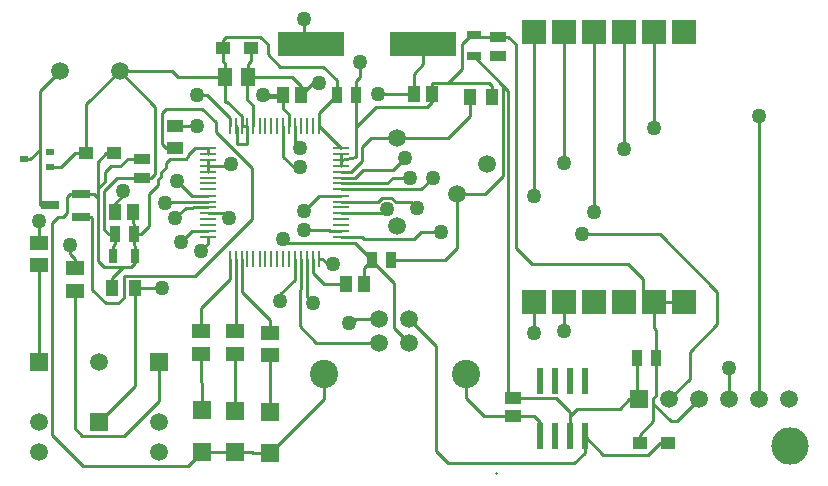
<source format=gtl>
G04 Layer_Physical_Order=1*
G04 Layer_Color=255*
%FSLAX42Y42*%
%MOMM*%
G71*
G01*
G75*
%ADD10R,2.03X2.03*%
%ADD11R,1.45X0.91*%
%ADD12R,5.60X2.10*%
%ADD13R,1.40X1.10*%
%ADD14R,1.15X1.00*%
%ADD15R,1.12X1.45*%
%ADD16R,1.50X0.80*%
%ADD17R,0.80X0.55*%
%ADD18R,0.56X2.18*%
%ADD19R,1.20X0.80*%
%ADD20R,0.91X1.45*%
%ADD21R,1.10X1.40*%
%ADD22R,1.50X1.50*%
%ADD23R,1.50X1.30*%
%ADD24R,1.30X1.50*%
%ADD25R,1.45X1.12*%
%ADD26R,0.80X1.20*%
%ADD27R,1.02X1.40*%
%ADD28R,0.28X1.47*%
%ADD29R,0.24X1.47*%
%ADD30R,0.25X1.47*%
%ADD31R,0.25X1.47*%
%ADD32R,1.47X0.28*%
%ADD33R,1.47X0.25*%
%ADD34R,1.47X0.25*%
%ADD35R,1.47X0.24*%
%ADD36R,1.47X0.23*%
%ADD37C,0.25*%
%ADD38C,1.52*%
%ADD39C,3.17*%
%ADD40R,1.50X1.50*%
%ADD41C,1.50*%
%ADD42R,1.52X1.52*%
%ADD43C,2.40*%
%ADD44C,1.27*%
D10*
X8192Y6299D02*
D03*
X7938D02*
D03*
X7683D02*
D03*
X7429D02*
D03*
X7175D02*
D03*
X6921D02*
D03*
X8192Y4013D02*
D03*
X7938D02*
D03*
X7683D02*
D03*
X7429D02*
D03*
X7175D02*
D03*
X6921D02*
D03*
D11*
X6617Y6096D02*
D03*
Y6259D02*
D03*
X3607Y5225D02*
D03*
Y5062D02*
D03*
D12*
X5987Y6198D02*
D03*
X5037D02*
D03*
D13*
X6744Y3049D02*
D03*
Y3199D02*
D03*
D14*
X7823Y2819D02*
D03*
X8058D02*
D03*
X4289Y6160D02*
D03*
X4524D02*
D03*
X3134Y5271D02*
D03*
X3369D02*
D03*
D15*
X6386Y5753D02*
D03*
X6568D02*
D03*
D16*
X3086Y4737D02*
D03*
Y4927D02*
D03*
X2826Y4832D02*
D03*
D17*
X2825Y5155D02*
D03*
Y5285D02*
D03*
X2610Y5220D02*
D03*
D18*
X6972Y2875D02*
D03*
X7099D02*
D03*
X7226D02*
D03*
X7353D02*
D03*
Y3348D02*
D03*
X7226D02*
D03*
X7099D02*
D03*
X6972D02*
D03*
D19*
X6414Y6095D02*
D03*
Y6275D02*
D03*
D20*
X7793Y3543D02*
D03*
X7955D02*
D03*
X5715Y4369D02*
D03*
X5552D02*
D03*
X3373Y4585D02*
D03*
X3536D02*
D03*
X5253Y5766D02*
D03*
X5415D02*
D03*
D21*
X6057Y5778D02*
D03*
X5907D02*
D03*
X5486Y4166D02*
D03*
X5336D02*
D03*
X3529Y4775D02*
D03*
X3379D02*
D03*
X4953Y5766D02*
D03*
X4803D02*
D03*
D22*
X4686Y3086D02*
D03*
Y2736D02*
D03*
X4394Y3093D02*
D03*
Y2743D02*
D03*
X4115Y3096D02*
D03*
Y2746D02*
D03*
D23*
X4686Y3753D02*
D03*
Y3563D02*
D03*
X4394Y3765D02*
D03*
Y3575D02*
D03*
X4102Y3765D02*
D03*
Y3575D02*
D03*
X3035Y4299D02*
D03*
Y4109D02*
D03*
X2731Y4515D02*
D03*
Y4325D02*
D03*
D24*
X4312Y5918D02*
D03*
X4502D02*
D03*
D25*
X3886Y5502D02*
D03*
Y5319D02*
D03*
D26*
X3363Y4407D02*
D03*
X3543D02*
D03*
D27*
Y4128D02*
D03*
X3355D02*
D03*
D28*
X5100Y5502D02*
D03*
X5050D02*
D03*
X4950D02*
D03*
X4900D02*
D03*
X4801D02*
D03*
X4750D02*
D03*
X4699D02*
D03*
X4600D02*
D03*
X4549D02*
D03*
X4450D02*
D03*
X4399D02*
D03*
X4348D02*
D03*
Y4379D02*
D03*
X4399D02*
D03*
X4450D02*
D03*
X4549D02*
D03*
X4600D02*
D03*
X4699D02*
D03*
X4750D02*
D03*
X4801D02*
D03*
X4900D02*
D03*
X5050D02*
D03*
X5100D02*
D03*
D29*
X4999Y5502D02*
D03*
D30*
X4849D02*
D03*
X4498Y4379D02*
D03*
X4648D02*
D03*
X4849D02*
D03*
X4950D02*
D03*
X4999D02*
D03*
D31*
X4648Y5502D02*
D03*
X4498D02*
D03*
D32*
X4163Y5316D02*
D03*
Y5265D02*
D03*
Y5166D02*
D03*
Y5116D02*
D03*
Y5017D02*
D03*
Y4966D02*
D03*
Y4915D02*
D03*
Y4816D02*
D03*
Y4765D02*
D03*
Y4666D02*
D03*
Y4615D02*
D03*
Y4564D02*
D03*
X5286D02*
D03*
Y4615D02*
D03*
Y4666D02*
D03*
Y4765D02*
D03*
Y4816D02*
D03*
Y4915D02*
D03*
Y4966D02*
D03*
Y5017D02*
D03*
Y5116D02*
D03*
Y5166D02*
D03*
Y5265D02*
D03*
Y5316D02*
D03*
D33*
X4163Y5215D02*
D03*
Y5065D02*
D03*
D34*
Y4864D02*
D03*
Y4714D02*
D03*
D35*
X5286D02*
D03*
Y5065D02*
D03*
Y5215D02*
D03*
D36*
Y4864D02*
D03*
D37*
X5752D02*
X5880D01*
X5717Y4898D02*
X5752Y4864D01*
X5636Y4898D02*
X5717D01*
X5602Y4864D02*
X5636Y4898D01*
X5286Y4864D02*
X5602D01*
X5880D02*
X5931Y4813D01*
X7729Y3188D02*
X7793Y3251D01*
X6375Y6259D02*
X6430D01*
X5133Y4379D02*
X5169Y4343D01*
X5100Y4379D02*
X5133D01*
X4163Y5166D02*
Y5215D01*
Y5116D02*
Y5166D01*
X3899Y5042D02*
X4026Y4915D01*
X3805Y5151D02*
Y5190D01*
X3769Y5116D02*
X3805Y5151D01*
X3769Y5077D02*
Y5116D01*
X3740Y5047D02*
X3769Y5077D01*
X3740Y5005D02*
Y5047D01*
X3719Y5098D02*
Y5667D01*
X3683Y5062D02*
X3719Y5098D01*
X3840Y5225D02*
X3974D01*
X3805Y5190D02*
X3840Y5225D01*
X4115Y4458D02*
X4163Y4506D01*
Y4564D01*
X4031Y4615D02*
X4163D01*
X3937Y4521D02*
X4031Y4615D01*
X3810Y4864D02*
X4163D01*
X3797Y4851D02*
X3810Y4864D01*
X3379Y4853D02*
X3442Y4915D01*
X3379Y4775D02*
Y4853D01*
X3393Y5062D02*
X3607D01*
X3284Y4953D02*
X3393Y5062D01*
X3421Y5162D02*
X3484Y5225D01*
X3346Y5162D02*
X3421D01*
X3233Y4974D02*
X3296Y5037D01*
Y5112D01*
X3484Y5225D02*
X3607D01*
X3296Y5112D02*
X3346Y5162D01*
X3233Y4894D02*
Y4974D01*
X5486Y4303D02*
X5552Y4369D01*
X5486Y4166D02*
Y4303D01*
X4450Y5502D02*
X4498D01*
X4399D02*
X4401D01*
X4409Y5493D01*
Y5349D02*
Y5493D01*
Y5349D02*
X4498D01*
Y5502D01*
X4163Y5265D02*
Y5316D01*
X4026Y4915D02*
X4163D01*
X3975Y4813D02*
X4039D01*
X3886Y4724D02*
X3975Y4813D01*
X4039D02*
X4041Y4816D01*
X3666Y4931D02*
X3740Y5005D01*
X3666Y4657D02*
Y4931D01*
X3997Y5247D02*
Y5262D01*
X3974Y5225D02*
X3997Y5247D01*
X3594Y4585D02*
X3666Y4657D01*
X2997Y4420D02*
Y4470D01*
Y4420D02*
X3035Y4381D01*
Y4299D02*
Y4381D01*
X4686Y3086D02*
Y3563D01*
X4394Y3093D02*
Y3575D01*
X4102Y3340D02*
Y3575D01*
Y3340D02*
X4115Y3327D01*
Y3096D02*
Y3327D01*
X3747Y3175D02*
Y3505D01*
X3454Y2883D02*
X3747Y3175D01*
X3101Y2883D02*
X3454D01*
X3035Y2949D02*
X3101Y2883D01*
X3035Y2949D02*
Y4102D01*
X3543Y3302D02*
Y4128D01*
X3238Y2997D02*
X3543Y3302D01*
X2731Y3505D02*
Y4325D01*
X4978Y6198D02*
X5037D01*
X4978D02*
Y6408D01*
X4630Y5751D02*
X4803D01*
Y5766D01*
X5987Y6026D02*
Y6198D01*
X5907Y5946D02*
X5987Y6026D01*
X5907Y5778D02*
Y5946D01*
X4524Y6050D02*
Y6160D01*
X4502Y6027D02*
X4524Y6050D01*
X4502Y5918D02*
Y6027D01*
Y5918D02*
X4877D01*
X4953Y5842D01*
Y5766D02*
Y5842D01*
X5286Y5215D02*
X5415Y5245D01*
Y5495D02*
X5588Y5668D01*
X6020D01*
X6057Y5705D01*
Y5778D01*
X6543Y5867D02*
X6568Y5842D01*
Y5753D02*
Y5842D01*
X6617Y6259D02*
X6708D01*
X6769Y6198D01*
X7722Y4331D02*
X7849Y4204D01*
Y4102D02*
Y4204D01*
Y4102D02*
X7938Y4013D01*
X8192D01*
X7938Y3795D02*
Y4013D01*
Y3795D02*
X7955Y3777D01*
Y3543D02*
Y3777D01*
X7823Y2891D02*
X7935Y3002D01*
X7823Y2819D02*
Y2891D01*
X6972Y2875D02*
Y2997D01*
X6920Y3049D02*
X6972Y2997D01*
X6744Y3049D02*
X6920D01*
X6502D02*
X6744D01*
X6350Y3202D02*
X6502Y3049D01*
X6350Y3202D02*
Y3404D01*
X3529Y4682D02*
Y4775D01*
Y4682D02*
X3536Y4676D01*
Y4585D02*
Y4676D01*
X5738Y3796D02*
Y4174D01*
Y3796D02*
X5863Y3670D01*
X3536Y4498D02*
Y4585D01*
Y4498D02*
X3543Y4491D01*
Y4407D02*
Y4491D01*
Y4343D02*
Y4407D01*
X3200Y4927D02*
X3233Y4894D01*
X3086Y4927D02*
X3200D01*
X3233Y4359D02*
X3284Y4308D01*
X3233Y5202D02*
X3302Y5271D01*
X3369D01*
X5144Y3193D02*
Y3404D01*
X4686Y2736D02*
X5144Y3193D01*
X4544Y2736D02*
X4686D01*
X4536Y2743D02*
X4544Y2736D01*
X4394Y2743D02*
X4536D01*
X4255D02*
X4394D01*
X4252Y2746D02*
X4255Y2743D01*
X4115Y2746D02*
X4252D01*
X2997Y4927D02*
X3086D01*
X2972Y4902D02*
X2997Y4927D01*
X3104Y2629D02*
X3998D01*
X4115Y2746D01*
X7988Y2819D02*
X8058D01*
X7889Y2720D02*
X7988Y2819D01*
X7508Y2720D02*
X7889D01*
X7353Y2875D02*
X7508Y2720D01*
X7353Y2738D02*
Y2875D01*
X7264Y2649D02*
X7353Y2738D01*
X6198Y2649D02*
X7264D01*
X6096Y2751D02*
X6198Y2649D01*
X6096Y2751D02*
Y3637D01*
X5863Y3870D02*
X6096Y3637D01*
X5253Y5766D02*
Y5893D01*
X5138Y6007D02*
X5253Y5893D01*
X4775Y6007D02*
X5138D01*
X4669Y6114D02*
X4775Y6007D01*
X4669Y6114D02*
Y6198D01*
X4608Y6258D02*
X4669Y6198D01*
X4318Y6258D02*
X4608D01*
X4289Y6229D02*
X4318Y6258D01*
X4289Y6160D02*
Y6229D01*
X5715Y4369D02*
X6172D01*
X6274Y4470D01*
Y4928D01*
X4450Y5502D02*
Y5588D01*
X4312Y5710D02*
X4328D01*
X4312D02*
Y5918D01*
X4289Y6050D02*
X4312Y6027D01*
Y5918D02*
Y6027D01*
X2825Y5155D02*
X2921D01*
X3037Y5271D01*
X3134D01*
X3914Y5918D02*
X4312D01*
X3863Y5969D02*
X3914Y5918D01*
X3416Y5969D02*
X3863D01*
X3134Y5271D02*
Y5686D01*
X3416Y5969D01*
X3719Y5667D01*
X3607Y5062D02*
X3683D01*
X3284Y4623D02*
Y4953D01*
Y4623D02*
X3322Y4585D01*
X3373D01*
Y4501D02*
Y4585D01*
X3363Y4491D02*
X3373Y4501D01*
X3363Y4407D02*
Y4491D01*
X2743Y4832D02*
X2826D01*
X3810Y5319D02*
X3886D01*
X3774Y5354D02*
X3810Y5319D01*
X3774Y5354D02*
Y5616D01*
X4534Y4719D02*
Y5149D01*
X4050Y4235D02*
X4534Y4719D01*
X3454Y4235D02*
X4050D01*
X3454Y4051D02*
Y4235D01*
X3404Y4001D02*
X3454Y4051D01*
X3297Y4001D02*
X3404D01*
X3183Y4115D02*
X3297Y4001D01*
X3183Y4115D02*
Y4724D01*
X3170Y4737D02*
X3183Y4724D01*
X3086Y4737D02*
X3170D01*
X6386Y5588D02*
Y5753D01*
X6199Y5402D02*
X6386Y5588D01*
X5766Y5402D02*
X6199D01*
X4051Y5316D02*
X4163D01*
X3997Y5262D02*
X4051Y5316D01*
X4163Y5166D02*
X4313D01*
X3529Y4775D02*
Y4790D01*
X4630Y5766D02*
X4803D01*
X2610Y5220D02*
X2659D01*
X2743Y5304D01*
Y5804D01*
X2908Y5969D01*
X7226Y3048D02*
X7290Y3111D01*
X7793Y3251D02*
Y3543D01*
X7112Y3199D02*
X7226Y3085D01*
X6744Y3199D02*
X7112D01*
X7955Y3218D02*
Y3543D01*
X7935Y3198D02*
X7955Y3218D01*
X7935Y3150D02*
Y3198D01*
Y3150D02*
X8082Y3002D01*
X8133D01*
X8318Y3188D01*
X6057Y5778D02*
Y5867D01*
X6198D01*
X6314Y6198D02*
X6375Y6259D01*
X6198Y5867D02*
X6314Y5984D01*
Y6198D01*
X6414Y6275D02*
X6430Y6259D01*
X5542Y5402D02*
X5766D01*
X5466Y5326D02*
X5542Y5402D01*
X5466Y5205D02*
Y5326D01*
X5376Y5116D02*
X5466Y5205D01*
X5286Y5116D02*
X5376D01*
X4801Y4547D02*
X4835Y4512D01*
X4303Y4765D02*
X4343Y4724D01*
X4163Y4765D02*
X4303D01*
X5286Y5215D02*
Y5265D01*
X7175Y3772D02*
Y4013D01*
X5286Y4765D02*
X5629D01*
X7429Y4775D02*
Y6299D01*
X6921Y4915D02*
Y6299D01*
X4978Y4788D02*
X5105Y4915D01*
X6921Y3747D02*
Y4013D01*
X5286Y4966D02*
X5969D01*
X6071Y5067D01*
X7175Y5194D02*
Y6299D01*
X5286Y5017D02*
X5677D01*
X5728Y5067D01*
X5876D01*
X7683Y5309D02*
Y6299D01*
X5286Y5065D02*
X5408D01*
X5474Y5131D01*
X5728D01*
X5829Y5232D01*
X7938Y5486D02*
Y6299D01*
X8826Y3188D02*
Y5588D01*
X4801Y5245D02*
Y5502D01*
X8572Y3188D02*
Y3454D01*
X4999Y4056D02*
X5055Y4001D01*
X3508Y4308D02*
X3543Y4343D01*
X3355Y4216D02*
X3447Y4308D01*
X3355Y4128D02*
Y4216D01*
X7226Y2875D02*
Y3048D01*
X7290Y3111D02*
X7653D01*
X7729Y3188D02*
X7811D01*
X6708Y3199D02*
Y5800D01*
Y3199D02*
X6744D01*
X6414Y6095D02*
X6662Y5846D01*
Y5080D02*
Y5846D01*
X6510Y4928D02*
X6662Y5080D01*
X6274Y4928D02*
X6510D01*
X3233Y4975D02*
Y5202D01*
Y4359D02*
Y4894D01*
X7935Y3002D02*
Y3150D01*
X5415Y5495D02*
Y5766D01*
X6198Y5867D02*
X6543D01*
X6430Y6259D02*
X6617D01*
X7226Y3048D02*
Y3085D01*
X7653Y3111D02*
X7729Y3188D01*
X6662Y5846D02*
X6708Y5800D01*
X2743Y4832D02*
Y5304D01*
X3284Y4308D02*
X3447D01*
X3508D01*
X4978Y4623D02*
X5187D01*
X5409Y4512D02*
X5552Y4369D01*
X5195Y4615D02*
X5286D01*
X5187Y4623D02*
X5195Y4615D01*
X8064Y3188D02*
X8242Y3365D01*
Y3594D01*
X8471Y3823D01*
Y4102D01*
X7988Y4585D02*
X8471Y4102D01*
X6769Y4470D02*
Y6198D01*
X6909Y4331D02*
X7722D01*
X6769Y4470D02*
X6909Y4331D01*
X7328Y4585D02*
X7988D01*
X5969Y4610D02*
X6134D01*
X5906Y4547D02*
X5969Y4610D01*
X5486Y4547D02*
X5906D01*
X5470Y4563D02*
X5486Y4547D01*
X5286Y4563D02*
X5470D01*
X4900Y5362D02*
Y5502D01*
Y5362D02*
X4940Y5321D01*
X4890Y5156D02*
X4940D01*
X4801Y5245D02*
X4890Y5156D01*
X5601Y5778D02*
X5907D01*
X5100Y5502D02*
X5286Y5316D01*
X4849Y5502D02*
Y5603D01*
X4803Y5649D02*
X4849Y5603D01*
X4803Y5649D02*
Y5751D01*
X4496Y5912D02*
X4502Y5918D01*
X4496Y5728D02*
Y5912D01*
Y5728D02*
X4549Y5674D01*
Y5502D02*
Y5674D01*
X5100Y5502D02*
Y5613D01*
X5253Y5766D01*
X5286Y5166D02*
Y5215D01*
X4953Y5766D02*
X5042Y5855D01*
X5448Y5918D02*
Y6045D01*
X5415Y5885D02*
X5448Y5918D01*
X5415Y5766D02*
Y5885D01*
X5552Y4359D02*
X5738Y4174D01*
X5552Y4359D02*
Y4369D01*
X5144Y4166D02*
X5336D01*
X5080Y3670D02*
X5613D01*
X6604Y2567D02*
X6605Y2566D01*
X5420Y3870D02*
X5613D01*
X5372Y3823D02*
X5420Y3870D01*
X4775Y4026D02*
Y4077D01*
X4940Y3810D02*
X5080Y3670D01*
X4940Y3810D02*
Y4115D01*
X4948Y4122D01*
Y4153D01*
X4775Y4077D02*
X4900Y4201D01*
Y4379D01*
X5050Y4260D02*
X5144Y4166D01*
X5050Y4260D02*
Y4379D01*
X4999Y4056D02*
Y4379D01*
X4950Y4155D02*
Y4379D01*
X4948Y4153D02*
X4950Y4155D01*
X4102Y3765D02*
Y3962D01*
X4347Y4208D01*
Y4379D01*
X4394Y3765D02*
X4399Y3770D01*
X4686Y3753D02*
Y3861D01*
X4450Y4097D02*
X4686Y3861D01*
X4399Y3770D02*
Y4379D01*
X4450Y4097D02*
Y4379D01*
X3543Y4128D02*
X3772D01*
X3536Y4585D02*
X3594D01*
X4041Y4816D02*
X4163D01*
X2845Y2888D02*
X3104Y2629D01*
X2731Y4515D02*
Y4674D01*
X2845Y4686D02*
X2896Y4737D01*
X2972Y4769D02*
Y4902D01*
X2896Y4737D02*
X2940D01*
X2972Y4769D01*
X2845Y2888D02*
Y4686D01*
X5105Y4915D02*
X5286D01*
X3774Y5616D02*
X3810Y5651D01*
X4115D01*
X4229Y5453D02*
X4534Y5149D01*
X4229Y5453D02*
Y5537D01*
X4115Y5651D02*
X4229Y5537D01*
X3886Y5502D02*
X4074D01*
Y5763D02*
X4155D01*
X4347Y5571D01*
Y5502D02*
Y5571D01*
X5415Y5245D02*
Y5495D01*
X4328Y5710D02*
X4450Y5588D01*
X4835Y4512D02*
X5409D01*
X4289Y6050D02*
Y6160D01*
D38*
X3416Y5969D02*
D03*
X2908D02*
D03*
X6528Y5182D02*
D03*
X6274Y4928D02*
D03*
X5766Y5402D02*
D03*
Y4661D02*
D03*
X3747Y2743D02*
D03*
Y2997D02*
D03*
X3238Y3505D02*
D03*
X2731Y2997D02*
D03*
Y2743D02*
D03*
X5863Y3870D02*
D03*
X5613Y3870D02*
D03*
X5863Y3670D02*
D03*
X5613D02*
D03*
D39*
X9093Y2794D02*
D03*
D40*
X7811Y3188D02*
D03*
D41*
X8064D02*
D03*
X8318D02*
D03*
X8572D02*
D03*
X8826D02*
D03*
X9081D02*
D03*
D42*
X3238Y2997D02*
D03*
X3747Y3505D02*
D03*
X2731D02*
D03*
D43*
X6350Y3404D02*
D03*
X5144D02*
D03*
D44*
X5677Y4801D02*
D03*
X5220Y4331D02*
D03*
X4356Y5182D02*
D03*
X3899Y5042D02*
D03*
X4102Y4445D02*
D03*
X3937Y4521D02*
D03*
X3797Y4851D02*
D03*
X3442Y4953D02*
D03*
X2997Y4496D02*
D03*
X2731Y4699D02*
D03*
X4630Y5766D02*
D03*
X4978Y6408D02*
D03*
X4801Y4547D02*
D03*
X4343Y4724D02*
D03*
X7175Y3772D02*
D03*
X7429Y4775D02*
D03*
X5931Y4813D02*
D03*
X6921Y4915D02*
D03*
X4978Y4788D02*
D03*
X6921Y3747D02*
D03*
X6071Y5067D02*
D03*
X7175Y5194D02*
D03*
X5876Y5067D02*
D03*
X7683Y5309D02*
D03*
X5829Y5232D02*
D03*
X7938Y5486D02*
D03*
X8826Y5588D02*
D03*
X8572Y3454D02*
D03*
X5055Y4001D02*
D03*
X4978Y4623D02*
D03*
X7328Y4585D02*
D03*
X6134Y4610D02*
D03*
X4940Y5321D02*
D03*
Y5156D02*
D03*
X5601Y5778D02*
D03*
X5105Y5867D02*
D03*
X5448Y6045D02*
D03*
X5359Y3835D02*
D03*
X4775Y4026D02*
D03*
X3772Y4128D02*
D03*
X3886Y4724D02*
D03*
X4074Y5502D02*
D03*
Y5763D02*
D03*
M02*

</source>
